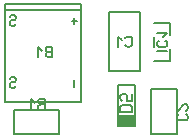
<source format=gbr>
%FSLAX34Y34*%
%MOMM*%
%LNSILK_BOTTOM*%
G71*
G01*
%ADD10C,0.150*%
%ADD11C,0.159*%
%ADD12C,0.100*%
%ADD13C,0.175*%
%LPD*%
G54D10*
X26267Y996384D02*
X26267Y913041D01*
X90561Y913041D01*
X90561Y996384D01*
X26267Y996384D01*
G54D11*
X84688Y984478D02*
X84688Y979144D01*
G54D11*
X82465Y981811D02*
X86910Y981811D01*
G54D11*
X84688Y931694D02*
X84688Y926361D01*
G54D11*
X29839Y985192D02*
X30505Y986303D01*
X31839Y986859D01*
X33172Y986859D01*
X34505Y986303D01*
X35172Y985192D01*
X35172Y984081D01*
X34505Y982970D01*
X33172Y982415D01*
X31839Y982415D01*
X30505Y981859D01*
X29839Y980748D01*
X29839Y979636D01*
X30505Y978525D01*
X31839Y977970D01*
X33172Y977970D01*
X34505Y978525D01*
X35172Y979636D01*
G54D11*
X29839Y932805D02*
X30505Y933917D01*
X31839Y934472D01*
X33172Y934472D01*
X34505Y933917D01*
X35172Y932805D01*
X35172Y931694D01*
X34505Y930583D01*
X33172Y930028D01*
X31839Y930028D01*
X30505Y929472D01*
X29839Y928361D01*
X29839Y927250D01*
X30505Y926139D01*
X31839Y925583D01*
X33172Y925583D01*
X34505Y926139D01*
X35172Y927250D01*
G54D10*
X26267Y991225D02*
X90164Y991225D01*
G54D11*
X65514Y951300D02*
X65514Y960189D01*
X62180Y960189D01*
X60847Y959633D01*
X60180Y958522D01*
X60180Y957411D01*
X60847Y956300D01*
X62180Y955744D01*
X60847Y955189D01*
X60180Y954078D01*
X60180Y952967D01*
X60847Y951856D01*
X62180Y951300D01*
X65514Y951300D01*
G54D11*
X65514Y955744D02*
X62180Y955744D01*
G54D11*
X57070Y956856D02*
X53736Y960189D01*
X53736Y951300D01*
G54D10*
X135617Y892628D02*
X121617Y892628D01*
X121617Y927628D01*
X135617Y927628D01*
X135617Y892628D01*
G36*
X135617Y892628D02*
X121617Y892628D01*
X121617Y902628D01*
X135617Y902628D01*
X135617Y892628D01*
G37*
G54D12*
X135617Y892628D02*
X121617Y892628D01*
X121617Y902628D01*
X135617Y902628D01*
X135617Y892628D01*
G54D13*
X123360Y905195D02*
X133137Y905195D01*
X133137Y908862D01*
X132526Y910329D01*
X131304Y911062D01*
X125193Y911062D01*
X123971Y910329D01*
X123360Y908862D01*
X123360Y905195D01*
G54D13*
X133137Y920351D02*
X133137Y914484D01*
X128860Y914484D01*
X128860Y915218D01*
X129471Y916684D01*
X129471Y918151D01*
X128860Y919618D01*
X127637Y920351D01*
X125193Y920351D01*
X123971Y919618D01*
X123360Y918151D01*
X123360Y916684D01*
X123971Y915218D01*
X125193Y914484D01*
G54D10*
X71832Y886372D02*
X71832Y906372D01*
X33832Y906372D01*
X33832Y886372D01*
X71832Y886372D01*
G54D11*
X56819Y911723D02*
X54819Y910612D01*
X54152Y909500D01*
X54152Y907278D01*
G54D11*
X59486Y907278D02*
X59486Y916167D01*
X56152Y916167D01*
X54819Y915612D01*
X54152Y914500D01*
X54152Y913389D01*
X54819Y912278D01*
X56152Y911723D01*
X59486Y911723D01*
G54D11*
X51042Y912834D02*
X47708Y916167D01*
X47708Y907278D01*
G54D10*
X149495Y886495D02*
X171495Y886495D01*
X171495Y924495D01*
X149495Y924495D01*
X149495Y886495D01*
G54D11*
X173322Y902984D02*
X172210Y902317D01*
X171655Y900984D01*
X171655Y899651D01*
X172210Y898317D01*
X173322Y897651D01*
X178877Y897651D01*
X179988Y898317D01*
X180544Y899651D01*
X180544Y900984D01*
X179988Y902317D01*
X178877Y902984D01*
G54D11*
X171655Y911428D02*
X171655Y906095D01*
X172210Y906095D01*
X173322Y906761D01*
X176655Y910761D01*
X177766Y911428D01*
X178877Y911428D01*
X179988Y910761D01*
X180544Y909428D01*
X180544Y908095D01*
X179988Y906761D01*
X178877Y906095D01*
G54D10*
X114260Y939682D02*
X140260Y939682D01*
X140260Y989682D01*
X114260Y989682D01*
X114260Y939682D01*
G54D11*
X127804Y961523D02*
X128471Y960412D01*
X129804Y959856D01*
X131138Y959856D01*
X132471Y960412D01*
X133138Y961523D01*
X133138Y967078D01*
X132471Y968189D01*
X131138Y968745D01*
X129804Y968745D01*
X128471Y968189D01*
X127804Y967078D01*
G54D11*
X124694Y965412D02*
X121360Y968745D01*
X121360Y959856D01*
G54D10*
X152359Y948100D02*
X165359Y948100D01*
X165359Y958100D01*
G54D10*
X165359Y970100D02*
X165359Y980100D01*
X152359Y980100D01*
G54D10*
X152359Y968100D02*
X152359Y960100D01*
G54D11*
X154465Y956875D02*
X163354Y956875D01*
G54D11*
X156131Y965319D02*
X155020Y964652D01*
X154465Y963319D01*
X154465Y961986D01*
X155020Y960652D01*
X156131Y959986D01*
X161687Y959986D01*
X162798Y960652D01*
X163354Y961986D01*
X163354Y963319D01*
X162798Y964652D01*
X161687Y965319D01*
G54D11*
X160020Y968430D02*
X163354Y971763D01*
X154465Y971763D01*
M02*

</source>
